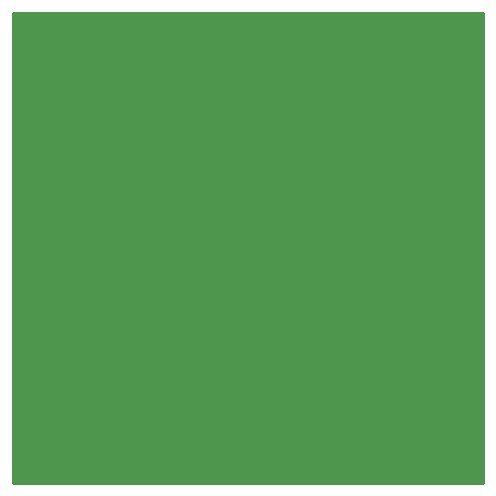
<source format=gbr>
G04 #@! TF.GenerationSoftware,KiCad,Pcbnew,(5.99.0-863-g2d7f4d60c)*
G04 #@! TF.CreationDate,2020-04-02T16:04:37+02:00*
G04 #@! TF.ProjectId,lab1,6c616231-2e6b-4696-9361-645f70636258,rev?*
G04 #@! TF.SameCoordinates,Original*
G04 #@! TF.FileFunction,Profile,NP*
%FSLAX46Y46*%
G04 Gerber Fmt 4.6, Leading zero omitted, Abs format (unit mm)*
G04 Created by KiCad (PCBNEW (5.99.0-863-g2d7f4d60c)) date 2020-04-02 16:04:37*
%MOMM*%
%LPD*%
G01*
G04 APERTURE LIST*
%ADD10C,0.254000*%
G04 APERTURE END LIST*
G36*
X79873000Y-69873000D02*
G01*
X40127000Y-69873000D01*
X40127000Y-30127000D01*
X79873000Y-30127000D01*
X79873000Y-69873000D01*
G37*
D10*
X79873000Y-69873000D02*
X40127000Y-69873000D01*
X40127000Y-30127000D01*
X79873000Y-30127000D01*
X79873000Y-69873000D01*
M02*

</source>
